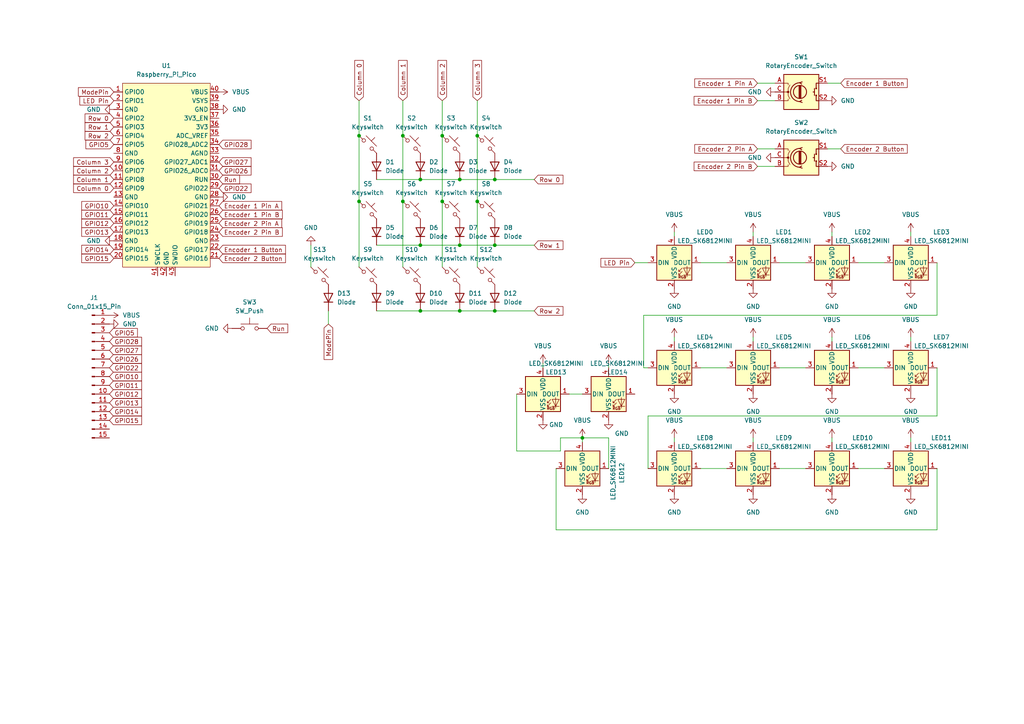
<source format=kicad_sch>
(kicad_sch (version 20230121) (generator eeschema)
  (paper "A4")
  (title_block (title "Macro PCB") (date "2023-12-19") (rev "2.0.001"))
  (lib_symbols
    (symbol "Connector:Conn_01x15_Pin" (pin_names (offset 1.016) hide)
      (property "Reference" "J" (at 0 20.32 0))
      (property "Value" "Conn_01x15_Pin" (at 0 -20.32 0))
      (symbol "Conn_01x15_Pin_1_1"
        (polyline (pts (xy 1.27 -17.78) (xy 0.8636 -17.78)) (stroke (width 0.1524)))
        (polyline (pts (xy 1.27 -15.24) (xy 0.8636 -15.24)) (stroke (width 0.1524)))
        (polyline (pts (xy 1.27 -12.7) (xy 0.8636 -12.7)) (stroke (width 0.1524)))
        (polyline (pts (xy 1.27 -10.16) (xy 0.8636 -10.16)) (stroke (width 0.1524)))
        (polyline (pts (xy 1.27 -7.62) (xy 0.8636 -7.62)) (stroke (width 0.1524)))
        (polyline (pts (xy 1.27 -5.08) (xy 0.8636 -5.08)) (stroke (width 0.1524)))
        (polyline (pts (xy 1.27 -2.54) (xy 0.8636 -2.54)) (stroke (width 0.1524)))
        (polyline (pts (xy 1.27 0) (xy 0.8636 0)) (stroke (width 0.1524)))
        (polyline (pts (xy 1.27 2.54) (xy 0.8636 2.54)) (stroke (width 0.1524)))
        (polyline (pts (xy 1.27 5.08) (xy 0.8636 5.08)) (stroke (width 0.1524)))
        (polyline (pts (xy 1.27 7.62) (xy 0.8636 7.62)) (stroke (width 0.1524)))
        (polyline (pts (xy 1.27 10.16) (xy 0.8636 10.16)) (stroke (width 0.1524)))
        (polyline (pts (xy 1.27 12.7) (xy 0.8636 12.7)) (stroke (width 0.1524)))
        (polyline (pts (xy 1.27 15.24) (xy 0.8636 15.24)) (stroke (width 0.1524)))
        (polyline (pts (xy 1.27 17.78) (xy 0.8636 17.78)) (stroke (width 0.1524)))
        (rectangle (start 0.8636 -17.653) (end 0 -17.907) (stroke (width 0.1524)) (fill (type outline)))
        (rectangle (start 0.8636 -15.113) (end 0 -15.367) (stroke (width 0.1524)) (fill (type outline)))
        (rectangle (start 0.8636 -12.573) (end 0 -12.827) (stroke (width 0.1524)) (fill (type outline)))
        (rectangle (start 0.8636 -10.033) (end 0 -10.287) (stroke (width 0.1524)) (fill (type outline)))
        (rectangle (start 0.8636 -7.493) (end 0 -7.747) (stroke (width 0.1524)) (fill (type outline)))
        (rectangle (start 0.8636 -4.953) (end 0 -5.207) (stroke (width 0.1524)) (fill (type outline)))
        (rectangle (start 0.8636 -2.413) (end 0 -2.667) (stroke (width 0.1524)) (fill (type outline)))
        (rectangle (start 0.8636 0.127) (end 0 -0.127) (stroke (width 0.1524)) (fill (type outline)))
        (rectangle (start 0.8636 2.667) (end 0 2.413) (stroke (width 0.1524)) (fill (type outline)))
        (rectangle (start 0.8636 5.207) (end 0 4.953) (stroke (width 0.1524)) (fill (type outline)))
        (rectangle (start 0.8636 7.747) (end 0 7.493) (stroke (width 0.1524)) (fill (type outline)))
        (rectangle (start 0.8636 10.287) (end 0 10.033) (stroke (width 0.1524)) (fill (type outline)))
        (rectangle (start 0.8636 12.827) (end 0 12.573) (stroke (width 0.1524)) (fill (type outline)))
        (rectangle (start 0.8636 15.367) (end 0 15.113) (stroke (width 0.1524)) (fill (type outline)))
        (rectangle (start 0.8636 17.907) (end 0 17.653) (stroke (width 0.1524)) (fill (type outline)))
        (pin passive line (at 5.08 17.78 180) (length 3.81) (name "Pin_1") (number "1"))
        (pin passive line (at 5.08 -5.08 180) (length 3.81) (name "Pin_10") (number "10"))
        (pin passive line (at 5.08 -7.62 180) (length 3.81) (name "Pin_11") (number "11"))
        (pin passive line (at 5.08 -10.16 180) (length 3.81) (name "Pin_12") (number "12"))
        (pin passive line (at 5.08 -12.7 180) (length 3.81) (name "Pin_13") (number "13"))
        (pin passive line (at 5.08 -15.24 180) (length 3.81) (name "Pin_14") (number "14"))
        (pin passive line (at 5.08 -17.78 180) (length 3.81) (name "Pin_15") (number "15"))
        (pin passive line (at 5.08 15.24 180) (length 3.81) (name "Pin_2") (number "2"))
        (pin passive line (at 5.08 12.7 180) (length 3.81) (name "Pin_3") (number "3"))
        (pin passive line (at 5.08 10.16 180) (length 3.81) (name "Pin_4") (number "4"))
        (pin passive line (at 5.08 7.62 180) (length 3.81) (name "Pin_5") (number "5"))
        (pin passive line (at 5.08 5.08 180) (length 3.81) (name "Pin_6") (number "6"))
        (pin passive line (at 5.08 2.54 180) (length 3.81) (name "Pin_7") (number "7"))
        (pin passive line (at 5.08 0 180) (length 3.81) (name "Pin_8") (number "8"))
        (pin passive line (at 5.08 -2.54 180) (length 3.81) (name "Pin_9") (number "9"))
      )
    )
    (symbol "Device:RotaryEncoder_Switch" (pin_names (offset 0.254) hide)
      (property "Reference" "SW" (at 0 6.604 0))
      (property "Value" "RotaryEncoder_Switch" (at 0 -6.604 0))
      (symbol "RotaryEncoder_Switch_0_1"
        (rectangle (start -5.08 5.08) (end 5.08 -5.08) (stroke (width 0.254)) (fill (type background)))
        (circle (center -3.81 0) (radius 0.254) (fill (type outline)))
        (circle (center -0.381 0) (radius 1.905) (stroke (width 0.254)))
        (arc (start -0.381 2.667) (mid -3.0988 -0.0635) (end -0.381 -2.794) (stroke (width 0.254)))
        (polyline (pts (xy -0.635 -1.778) (xy -0.635 1.778)) (stroke (width 0.254)))
        (polyline (pts (xy -0.381 -1.778) (xy -0.381 1.778)) (stroke (width 0.254)))
        (polyline (pts (xy -0.127 1.778) (xy -0.127 -1.778)) (stroke (width 0.254)))
        (polyline (pts (xy 3.81 0) (xy 3.429 0)) (stroke (width 0.254)))
        (polyline (pts (xy 3.81 1.016) (xy 3.81 -1.016)) (stroke (width 0.254)))
        (polyline (pts (xy -5.08 -2.54) (xy -3.81 -2.54) (xy -3.81 -2.032)))
        (polyline (pts (xy -5.08 2.54) (xy -3.81 2.54) (xy -3.81 2.032)))
        (polyline (pts (xy 0.254 -3.048) (xy -0.508 -2.794) (xy 0.127 -2.413)) (stroke (width 0.254)))
        (polyline (pts (xy 0.254 2.921) (xy -0.508 2.667) (xy 0.127 2.286)) (stroke (width 0.254)))
        (polyline (pts (xy 5.08 -2.54) (xy 4.318 -2.54) (xy 4.318 -1.016)) (stroke (width 0.254)))
        (polyline (pts (xy 5.08 2.54) (xy 4.318 2.54) (xy 4.318 1.016)) (stroke (width 0.254)))
        (polyline (pts (xy -5.08 0) (xy -3.81 0) (xy -3.81 -1.016) (xy -3.302 -2.032)))
        (polyline (pts (xy -4.318 0) (xy -3.81 0) (xy -3.81 1.016) (xy -3.302 2.032)))
        (circle (center 4.318 -1.016) (radius 0.127) (stroke (width 0.254)))
        (circle (center 4.318 1.016) (radius 0.127) (stroke (width 0.254)))
      )
      (symbol "RotaryEncoder_Switch_1_1"
        (pin passive line (at -7.62 2.54 0) (length 2.54) (name "A") (number "A"))
        (pin passive line (at -7.62 -2.54 0) (length 2.54) (name "B") (number "B"))
        (pin passive line (at -7.62 0 0) (length 2.54) (name "C") (number "C"))
        (pin passive line (at 7.62 2.54 180) (length 2.54) (name "S1") (number "S1"))
        (pin passive line (at 7.62 -2.54 180) (length 2.54) (name "S2") (number "S2"))
      )
    )
    (symbol "ScottoKeebs:LED_SK6812MINI" (pin_names (offset 0.254))
      (property "Reference" "D" (at 5.08 5.715 0))
      (property "Value" "LED_SK6812MINI" (at 1.27 -5.715 0))
      (symbol "LED_SK6812MINI_0_0"
        (text "RGB" (at 2.286 -4.191 0) (effects (font (size 0.762 0.762))))
      )
      (symbol "LED_SK6812MINI_0_1"
        (polyline (pts (xy 1.27 -3.556) (xy 1.778 -3.556)))
        (polyline (pts (xy 1.27 -2.54) (xy 1.778 -2.54)))
        (polyline (pts (xy 4.699 -3.556) (xy 2.667 -3.556)))
        (polyline (pts (xy 2.286 -2.54) (xy 1.27 -3.556) (xy 1.27 -3.048)))
        (polyline (pts (xy 2.286 -1.524) (xy 1.27 -2.54) (xy 1.27 -2.032)))
        (polyline (pts (xy 3.683 -1.016) (xy 3.683 -3.556) (xy 3.683 -4.064)))
        (polyline (pts (xy 4.699 -1.524) (xy 2.667 -1.524) (xy 3.683 -3.556) (xy 4.699 -1.524)))
        (rectangle (start 5.08 5.08) (end -5.08 -5.08) (stroke (width 0.254)) (fill (type background)))
      )
      (symbol "LED_SK6812MINI_1_1"
        (pin output line (at 7.62 0 180) (length 2.54) (name "DOUT") (number "1"))
        (pin power_in line (at 0 -7.62 90) (length 2.54) (name "VSS") (number "2"))
        (pin input line (at -7.62 0 0) (length 2.54) (name "DIN") (number "3"))
        (pin power_in line (at 0 7.62 270) (length 2.54) (name "VDD") (number "4"))
      )
    )
    (symbol "ScottoKeebs:MCU_Raspberry_Pi_Pico"
      (property "Reference" "U" (at 0 0 0))
      (property "Value" "Raspberry_Pi_Pico" (at 0 27.94 0))
      (symbol "MCU_Raspberry_Pi_Pico_0_1"
        (rectangle (start -12.7 26.67) (end 12.7 -26.67) (fill (type background)))
      )
      (symbol "MCU_Raspberry_Pi_Pico_1_1"
        (pin bidirectional line (at -15.24 24.13 0) (length 2.54) (name "GPIO0") (number "1"))
        (pin bidirectional line (at -15.24 1.27 0) (length 2.54) (name "GPIO7") (number "10"))
        (pin bidirectional line (at -15.24 -1.27 0) (length 2.54) (name "GPIO8") (number "11"))
        (pin bidirectional line (at -15.24 -3.81 0) (length 2.54) (name "GPIO9") (number "12"))
        (pin power_in line (at -15.24 -6.35 0) (length 2.54) (name "GND") (number "13"))
        (pin bidirectional line (at -15.24 -8.89 0) (length 2.54) (name "GPIO10") (number "14"))
        (pin bidirectional line (at -15.24 -11.43 0) (length 2.54) (name "GPIO11") (number "15"))
        (pin bidirectional line (at -15.24 -13.97 0) (length 2.54) (name "GPIO12") (number "16"))
        (pin bidirectional line (at -15.24 -16.51 0) (length 2.54) (name "GPIO13") (number "17"))
        (pin power_in line (at -15.24 -19.05 0) (length 2.54) (name "GND") (number "18"))
        (pin bidirectional line (at -15.24 -21.59 0) (length 2.54) (name "GPIO14") (number "19"))
        (pin bidirectional line (at -15.24 21.59 0) (length 2.54) (name "GPIO1") (number "2"))
        (pin bidirectional line (at -15.24 -24.13 0) (length 2.54) (name "GPIO15") (number "20"))
        (pin bidirectional line (at 15.24 -24.13 180) (length 2.54) (name "GPIO16") (number "21"))
        (pin bidirectional line (at 15.24 -21.59 180) (length 2.54) (name "GPIO17") (number "22"))
        (pin power_in line (at 15.24 -19.05 180) (length 2.54) (name "GND") (number "23"))
        (pin bidirectional line (at 15.24 -16.51 180) (length 2.54) (name "GPIO18") (number "24"))
        (pin bidirectional line (at 15.24 -13.97 180) (length 2.54) (name "GPIO19") (number "25"))
        (pin bidirectional line (at 15.24 -11.43 180) (length 2.54) (name "GPIO20") (number "26"))
        (pin bidirectional line (at 15.24 -8.89 180) (length 2.54) (name "GPIO21") (number "27"))
        (pin power_in line (at 15.24 -6.35 180) (length 2.54) (name "GND") (number "28"))
        (pin bidirectional line (at 15.24 -3.81 180) (length 2.54) (name "GPIO22") (number "29"))
        (pin power_in line (at -15.24 19.05 0) (length 2.54) (name "GND") (number "3"))
        (pin input line (at 15.24 -1.27 180) (length 2.54) (name "RUN") (number "30"))
        (pin bidirectional line (at 15.24 1.27 180) (length 2.54) (name "GPIO26_ADC0") (number "31"))
        (pin bidirectional line (at 15.24 3.81 180) (length 2.54) (name "GPIO27_ADC1") (number "32"))
        (pin power_in line (at 15.24 6.35 180) (length 2.54) (name "AGND") (number "33"))
        (pin bidirectional line (at 15.24 8.89 180) (length 2.54) (name "GPIO28_ADC2") (number "34"))
        (pin power_in line (at 15.24 11.43 180) (length 2.54) (name "ADC_VREF") (number "35"))
        (pin power_in line (at 15.24 13.97 180) (length 2.54) (name "3V3") (number "36"))
        (pin input line (at 15.24 16.51 180) (length 2.54) (name "3V3_EN") (number "37"))
        (pin bidirectional line (at 15.24 19.05 180) (length 2.54) (name "GND") (number "38"))
        (pin power_in line (at 15.24 21.59 180) (length 2.54) (name "VSYS") (number "39"))
        (pin bidirectional line (at -15.24 16.51 0) (length 2.54) (name "GPIO2") (number "4"))
        (pin power_in line (at 15.24 24.13 180) (length 2.54) (name "VBUS") (number "40"))
        (pin input line (at -2.54 -29.21 90) (length 2.54) (name "SWCLK") (number "41"))
        (pin power_in line (at 0 -29.21 90) (length 2.54) (name "GND") (number "42"))
        (pin bidirectional line (at 2.54 -29.21 90) (length 2.54) (name "SWDIO") (number "43"))
        (pin bidirectional line (at -15.24 13.97 0) (length 2.54) (name "GPIO3") (number "5"))
        (pin bidirectional line (at -15.24 11.43 0) (length 2.54) (name "GPIO4") (number "6"))
        (pin bidirectional line (at -15.24 8.89 0) (length 2.54) (name "GPIO5") (number "7"))
        (pin power_in line (at -15.24 6.35 0) (length 2.54) (name "GND") (number "8"))
        (pin bidirectional line (at -15.24 3.81 0) (length 2.54) (name "GPIO6") (number "9"))
      )
    )
    (symbol "ScottoKeebs:Placeholder_Diode" (pin_numbers hide) (pin_names hide)
      (property "Reference" "D" (at 0 2.54 0))
      (property "Value" "Diode" (at 0 -2.54 0))
      (symbol "Placeholder_Diode_0_1"
        (polyline (pts (xy -1.27 1.27) (xy -1.27 -1.27)) (stroke (width 0.254)))
        (polyline (pts (xy 1.27 0) (xy -1.27 0)))
        (polyline (pts (xy 1.27 1.27) (xy 1.27 -1.27) (xy -1.27 0) (xy 1.27 1.27)) (stroke (width 0.254)))
      )
      (symbol "Placeholder_Diode_1_1"
        (pin passive line (at -3.81 0 0) (length 2.54) (name "K") (number "1"))
        (pin passive line (at 3.81 0 180) (length 2.54) (name "A") (number "2"))
      )
    )
    (symbol "ScottoKeebs:Placeholder_Keyswitch" (pin_numbers hide) (pin_names (offset 1.016) hide)
      (property "Reference" "S" (at 3.048 1.016 0))
      (property "Value" "Keyswitch" (at 0 -3.81 0))
      (symbol "Placeholder_Keyswitch_0_1"
        (circle (center -1.1684 1.1684) (radius 0.508))
        (polyline (pts (xy -0.508 2.54) (xy 2.54 -0.508)))
        (polyline (pts (xy 1.016 1.016) (xy 2.032 2.032)))
        (polyline (pts (xy -2.54 2.54) (xy -1.524 1.524) (xy -1.524 1.524)))
        (polyline (pts (xy 1.524 -1.524) (xy 2.54 -2.54) (xy 2.54 -2.54) (xy 2.54 -2.54)))
        (circle (center 1.143 -1.1938) (radius 0.508))
        (pin passive line (at -2.54 2.54 0) (length 0) (name "1") (number "1"))
        (pin passive line (at 2.54 -2.54 180) (length 0) (name "2") (number "2"))
      )
    )
    (symbol "Switch:SW_Push" (pin_numbers hide) (pin_names (offset 1.016) hide)
      (property "Reference" "SW" (at 1.27 2.54 0))
      (property "Value" "SW_Push" (at 0 -1.524 0))
      (symbol "SW_Push_0_1"
        (circle (center -2.032 0) (radius 0.508))
        (polyline (pts (xy 0 1.27) (xy 0 3.048)))
        (polyline (pts (xy 2.54 1.27) (xy -2.54 1.27)))
        (circle (center 2.032 0) (radius 0.508))
        (pin passive line (at -5.08 0 0) (length 2.54) (name "1") (number "1"))
        (pin passive line (at 5.08 0 180) (length 2.54) (name "2") (number "2"))
      )
    )
    (symbol "power:GND" (power) (pin_names (offset 0))
      (property "Value" "GND" (at 0 -3.81 0))
      (symbol "GND_0_1"
        (polyline (pts (xy 0 0) (xy 0 -1.27) (xy 1.27 -1.27) (xy 0 -2.54) (xy -1.27 -1.27) (xy 0 -1.27)))
      )
      (symbol "GND_1_1"
        (pin power_in line (at 0 0 270) (length 0) hide (name "GND") (number "1"))
      )
    )
    (symbol "power:VBUS" (power) (pin_names (offset 0))
      (property "Value" "VBUS" (at 0 3.81 0))
      (symbol "VBUS_0_1"
        (polyline (pts (xy -0.762 1.27) (xy 0 2.54)))
        (polyline (pts (xy 0 0) (xy 0 2.54)))
        (polyline (pts (xy 0 2.54) (xy 0.762 1.27)))
      )
      (symbol "VBUS_1_1"
        (pin power_in line (at 0 0 90) (length 0) hide (name "VBUS") (number "1"))
      )
    )
  )
  (junction (at 168.91 127))
  (junction (at 104.14 58.42))
  (junction (at 143.51 71.12))
  (junction (at 128.27 58.42))
  (junction (at 116.84 58.42))
  (junction (at 143.51 90.17))
  (junction (at 121.92 90.17))
  (junction (at 116.84 39.37))
  (junction (at 133.35 90.17))
  (junction (at 121.92 52.07))
  (junction (at 104.14 39.37))
  (junction (at 138.43 39.37))
  (junction (at 133.35 52.07))
  (junction (at 121.92 71.12))
  (junction (at 133.35 71.12))
  (junction (at 143.51 52.07))
  (junction (at 138.43 58.42))
  (junction (at 128.27 39.37))
  (wire (pts (xy 219.71 43.18) (xy 224.79 43.18)))
  (wire (pts (xy 218.44 67.31) (xy 218.44 68.58)))
  (wire (pts (xy 241.3 67.31) (xy 241.3 68.58)))
  (wire (pts (xy 226.06 135.89) (xy 233.68 135.89)))
  (wire (pts (xy 116.84 58.42) (xy 116.84 77.47)))
  (wire (pts (xy 271.78 106.68) (xy 271.78 120.65)))
  (wire (pts (xy 248.92 76.2) (xy 256.54 76.2)))
  (wire (pts (xy 109.22 90.17) (xy 121.92 90.17)))
  (wire (pts (xy 133.35 52.07) (xy 143.51 52.07)))
  (wire (pts (xy 121.92 52.07) (xy 133.35 52.07)))
  (wire (pts (xy 161.29 153.67) (xy 161.29 135.89)))
  (wire (pts (xy 138.43 58.42) (xy 138.43 77.47)))
  (wire (pts (xy 121.92 71.12) (xy 133.35 71.12)))
  (wire (pts (xy 138.43 39.37) (xy 138.43 58.42)))
  (wire (pts (xy 95.25 90.17) (xy 95.25 93.98)))
  (wire (pts (xy 116.84 39.37) (xy 116.84 58.42)))
  (wire (pts (xy 264.16 127) (xy 264.16 128.27)))
  (wire (pts (xy 241.3 127) (xy 241.3 128.27)))
  (wire (pts (xy 149.86 130.81) (xy 149.86 114.3)))
  (wire (pts (xy 128.27 29.21) (xy 128.27 39.37)))
  (wire (pts (xy 168.91 127) (xy 162.56 127)))
  (wire (pts (xy 218.44 97.79) (xy 218.44 99.06)))
  (wire (pts (xy 186.69 106.68) (xy 187.96 106.68)))
  (wire (pts (xy 240.03 43.18) (xy 243.84 43.18)))
  (wire (pts (xy 176.53 135.89) (xy 176.53 127)))
  (wire (pts (xy 248.92 135.89) (xy 256.54 135.89)))
  (wire (pts (xy 264.16 67.31) (xy 264.16 68.58)))
  (wire (pts (xy 121.92 90.17) (xy 133.35 90.17)))
  (wire (pts (xy 176.53 105.41) (xy 176.53 106.68)))
  (wire (pts (xy 187.96 120.65) (xy 187.96 135.89)))
  (wire (pts (xy 128.27 39.37) (xy 128.27 58.42)))
  (wire (pts (xy 133.35 71.12) (xy 143.51 71.12)))
  (wire (pts (xy 157.48 105.41) (xy 157.48 106.68)))
  (wire (pts (xy 203.2 106.68) (xy 210.82 106.68)))
  (wire (pts (xy 271.78 153.67) (xy 161.29 153.67)))
  (wire (pts (xy 133.35 90.17) (xy 143.51 90.17)))
  (wire (pts (xy 195.58 127) (xy 195.58 128.27)))
  (wire (pts (xy 168.91 127) (xy 168.91 128.27)))
  (wire (pts (xy 104.14 58.42) (xy 104.14 77.47)))
  (wire (pts (xy 240.03 24.13) (xy 243.84 24.13)))
  (wire (pts (xy 109.22 71.12) (xy 121.92 71.12)))
  (wire (pts (xy 203.2 135.89) (xy 210.82 135.89)))
  (wire (pts (xy 241.3 97.79) (xy 241.3 99.06)))
  (wire (pts (xy 176.53 127) (xy 168.91 127)))
  (wire (pts (xy 226.06 106.68) (xy 233.68 106.68)))
  (wire (pts (xy 138.43 29.21) (xy 138.43 39.37)))
  (wire (pts (xy 109.22 52.07) (xy 121.92 52.07)))
  (wire (pts (xy 248.92 106.68) (xy 256.54 106.68)))
  (wire (pts (xy 219.71 29.21) (xy 224.79 29.21)))
  (wire (pts (xy 184.15 76.2) (xy 187.96 76.2)))
  (wire (pts (xy 203.2 76.2) (xy 210.82 76.2)))
  (wire (pts (xy 104.14 39.37) (xy 104.14 58.42)))
  (wire (pts (xy 154.94 52.07) (xy 143.51 52.07)))
  (wire (pts (xy 264.16 97.79) (xy 264.16 99.06)))
  (wire (pts (xy 219.71 48.26) (xy 224.79 48.26)))
  (wire (pts (xy 271.78 120.65) (xy 187.96 120.65)))
  (wire (pts (xy 162.56 127) (xy 162.56 130.81)))
  (wire (pts (xy 165.1 114.3) (xy 168.91 114.3)))
  (wire (pts (xy 271.78 76.2) (xy 271.78 91.44)))
  (wire (pts (xy 271.78 91.44) (xy 186.69 91.44)))
  (wire (pts (xy 219.71 24.13) (xy 224.79 24.13)))
  (wire (pts (xy 218.44 127) (xy 218.44 128.27)))
  (wire (pts (xy 116.84 29.21) (xy 116.84 39.37)))
  (wire (pts (xy 186.69 91.44) (xy 186.69 106.68)))
  (wire (pts (xy 90.17 77.47) (xy 90.17 71.12)))
  (wire (pts (xy 195.58 67.31) (xy 195.58 68.58)))
  (wire (pts (xy 226.06 76.2) (xy 233.68 76.2)))
  (wire (pts (xy 162.56 130.81) (xy 149.86 130.81)))
  (wire (pts (xy 143.51 71.12) (xy 154.94 71.12)))
  (wire (pts (xy 195.58 97.79) (xy 195.58 99.06)))
  (wire (pts (xy 271.78 135.89) (xy 271.78 153.67)))
  (wire (pts (xy 128.27 58.42) (xy 128.27 77.47)))
  (wire (pts (xy 104.14 29.21) (xy 104.14 39.37)))
  (wire (pts (xy 154.94 90.17) (xy 143.51 90.17)))
  (global_label "GPIO14" (shape input) (at 31.75 119.38 0) (property "Intersheetrefs" "${INTERSHEET_REFS}" (effects hide)))
  (global_label "GPIO27" (shape input) (at 63.5 46.99 0) (property "Intersheetrefs" "${INTERSHEET_REFS}" (effects hide)))
  (global_label "LED Pin" (shape input) (at 184.15 76.2 180) (property "Intersheetrefs" "${INTERSHEET_REFS}" (effects hide)))
  (global_label "GPIO26" (shape input) (at 31.75 104.14 0) (property "Intersheetrefs" "${INTERSHEET_REFS}" (effects hide)))
  (global_label "GPIO22" (shape input) (at 63.5 54.61 0) (property "Intersheetrefs" "${INTERSHEET_REFS}" (effects hide)))
  (global_label "Encoder 1 Pin A" (shape input) (at 63.5 59.69 0) (property "Intersheetrefs" "${INTERSHEET_REFS}" (effects hide)))
  (global_label "Run" (shape input) (at 77.47 95.25 0) (property "Intersheetrefs" "${INTERSHEET_REFS}" (effects hide)))
  (global_label "GPIO15" (shape input) (at 31.75 121.92 0) (property "Intersheetrefs" "${INTERSHEET_REFS}" (effects hide)))
  (global_label "GPIO10" (shape input) (at 33.02 59.69 180) (property "Intersheetrefs" "${INTERSHEET_REFS}" (effects hide)))
  (global_label "GPIO11" (shape input) (at 33.02 62.23 180) (property "Intersheetrefs" "${INTERSHEET_REFS}" (effects hide)))
  (global_label "Column 0" (shape input) (at 104.14 29.21 90) (property "Intersheetrefs" "${INTERSHEET_REFS}" (effects hide)))
  (global_label "Row 2" (shape input) (at 33.02 39.37 180) (property "Intersheetrefs" "${INTERSHEET_REFS}" (effects hide)))
  (global_label "GPIO12" (shape input) (at 31.75 114.3 0) (property "Intersheetrefs" "${INTERSHEET_REFS}" (effects hide)))
  (global_label "ModePin" (shape input) (at 33.02 26.67 180) (property "Intersheetrefs" "${INTERSHEET_REFS}" (effects hide)))
  (global_label "Row 0" (shape input) (at 33.02 34.29 180) (property "Intersheetrefs" "${INTERSHEET_REFS}" (effects hide)))
  (global_label "GPIO22" (shape input) (at 31.75 106.68 0) (property "Intersheetrefs" "${INTERSHEET_REFS}" (effects hide)))
  (global_label "Run" (shape input) (at 63.5 52.07 0) (property "Intersheetrefs" "${INTERSHEET_REFS}" (effects hide)))
  (global_label "Encoder 2 Button" (shape input) (at 243.84 43.18 0) (property "Intersheetrefs" "${INTERSHEET_REFS}" (effects hide)))
  (global_label "GPIO28" (shape input) (at 31.75 99.06 0) (property "Intersheetrefs" "${INTERSHEET_REFS}" (effects hide)))
  (global_label "GPIO10" (shape input) (at 31.75 109.22 0) (property "Intersheetrefs" "${INTERSHEET_REFS}" (effects hide)))
  (global_label "Encoder 1 Button" (shape input) (at 243.84 24.13 0) (property "Intersheetrefs" "${INTERSHEET_REFS}" (effects hide)))
  (global_label "Encoder 2 Pin B" (shape input) (at 63.5 67.31 0) (property "Intersheetrefs" "${INTERSHEET_REFS}" (effects hide)))
  (global_label "Row 2" (shape input) (at 154.94 90.17 0) (property "Intersheetrefs" "${INTERSHEET_REFS}" (effects hide)))
  (global_label "GPIO11" (shape input) (at 31.75 111.76 0) (property "Intersheetrefs" "${INTERSHEET_REFS}" (effects hide)))
  (global_label "GPIO15" (shape input) (at 33.02 74.93 180) (property "Intersheetrefs" "${INTERSHEET_REFS}" (effects hide)))
  (global_label "ModePin" (shape input) (at 95.25 93.98 270) (property "Intersheetrefs" "${INTERSHEET_REFS}" (effects hide)))
  (global_label "Column 1" (shape input) (at 116.84 29.21 90) (property "Intersheetrefs" "${INTERSHEET_REFS}" (effects hide)))
  (global_label "Encoder 1 Pin B" (shape input) (at 219.71 29.21 180) (property "Intersheetrefs" "${INTERSHEET_REFS}" (effects hide)))
  (global_label "GPIO26" (shape input) (at 63.5 49.53 0) (property "Intersheetrefs" "${INTERSHEET_REFS}" (effects hide)))
  (global_label "GPIO12" (shape input) (at 33.02 64.77 180) (property "Intersheetrefs" "${INTERSHEET_REFS}" (effects hide)))
  (global_label "Row 0" (shape input) (at 154.94 52.07 0) (property "Intersheetrefs" "${INTERSHEET_REFS}" (effects hide)))
  (global_label "Column 0" (shape input) (at 33.02 54.61 180) (property "Intersheetrefs" "${INTERSHEET_REFS}" (effects hide)))
  (global_label "Encoder 2 Pin A" (shape input) (at 63.5 64.77 0) (property "Intersheetrefs" "${INTERSHEET_REFS}" (effects hide)))
  (global_label "GPIO5" (shape input) (at 33.02 41.91 180) (property "Intersheetrefs" "${INTERSHEET_REFS}" (effects hide)))
  (global_label "Encoder 1 Button" (shape input) (at 63.5 72.39 0) (property "Intersheetrefs" "${INTERSHEET_REFS}" (effects hide)))
  (global_label "Column 3" (shape input) (at 138.43 29.21 90) (property "Intersheetrefs" "${INTERSHEET_REFS}" (effects hide)))
  (global_label "Column 2" (shape input) (at 33.02 49.53 180) (property "Intersheetrefs" "${INTERSHEET_REFS}" (effects hide)))
  (global_label "Row 1" (shape input) (at 33.02 36.83 180) (property "Intersheetrefs" "${INTERSHEET_REFS}" (effects hide)))
  (global_label "Row 1" (shape input) (at 154.94 71.12 0) (property "Intersheetrefs" "${INTERSHEET_REFS}" (effects hide)))
  (global_label "GPIO13" (shape input) (at 33.02 67.31 180) (property "Intersheetrefs" "${INTERSHEET_REFS}" (effects hide)))
  (global_label "GPIO28" (shape input) (at 63.5 41.91 0) (property "Intersheetrefs" "${INTERSHEET_REFS}" (effects hide)))
  (global_label "GPIO13" (shape input) (at 31.75 116.84 0) (property "Intersheetrefs" "${INTERSHEET_REFS}" (effects hide)))
  (global_label "Encoder 2 Pin B" (shape input) (at 219.71 48.26 180) (property "Intersheetrefs" "${INTERSHEET_REFS}" (effects hide)))
  (global_label "GPIO27" (shape input) (at 31.75 101.6 0) (property "Intersheetrefs" "${INTERSHEET_REFS}" (effects hide)))
  (global_label "Column 1" (shape input) (at 33.02 52.07 180) (property "Intersheetrefs" "${INTERSHEET_REFS}" (effects hide)))
  (global_label "Column 2" (shape input) (at 128.27 29.21 90) (property "Intersheetrefs" "${INTERSHEET_REFS}" (effects hide)))
  (global_label "LED Pin" (shape input) (at 33.02 29.21 180) (property "Intersheetrefs" "${INTERSHEET_REFS}" (effects hide)))
  (global_label "Encoder 2 Button" (shape input) (at 63.5 74.93 0) (property "Intersheetrefs" "${INTERSHEET_REFS}" (effects hide)))
  (global_label "Encoder 2 Pin A" (shape input) (at 219.71 43.18 180) (property "Intersheetrefs" "${INTERSHEET_REFS}" (effects hide)))
  (global_label "Column 3" (shape input) (at 33.02 46.99 180) (property "Intersheetrefs" "${INTERSHEET_REFS}" (effects hide)))
  (global_label "Encoder 1 Pin A" (shape input) (at 219.71 24.13 180) (property "Intersheetrefs" "${INTERSHEET_REFS}" (effects hide)))
  (global_label "GPIO14" (shape input) (at 33.02 72.39 180) (property "Intersheetrefs" "${INTERSHEET_REFS}" (effects hide)))
  (global_label "GPIO5" (shape input) (at 31.75 96.52 0) (property "Intersheetrefs" "${INTERSHEET_REFS}" (effects hide)))
  (global_label "Encoder 1 Pin B" (shape input) (at 63.5 62.23 0) (property "Intersheetrefs" "${INTERSHEET_REFS}" (effects hide)))
  (symbol (lib_id "power:GND") (at 241.3 114.3 0) (unit 1)
    (property "Reference" "#PWR019" (effects hide))
    (property "Value" "GND" (at 241.3 119.38 0))
  )
  (symbol (lib_id "power:GND") (at 218.44 143.51 0) (unit 1)
    (property "Reference" "#PWR024" (effects hide))
    (property "Value" "GND" (at 218.44 148.59 0))
  )
  (symbol (lib_id "ScottoKeebs:LED_SK6812MINI") (at 264.16 135.89 0) (unit 1)
    (property "Reference" "LED11" (at 273.05 127 0))
    (property "Value" "LED_SK6812MINI" (at 273.05 129.54 0))
    (property "Footprint" "ScottoKeebs_Components:LED_SK6812MINI" (effects hide))
    (property "Datasheet" "https://cdn-shop.adafruit.com/product-files/2686/SK6812MINI_REV.01-1-2.pdf" (effects hide))
  )
  (symbol (lib_id "ScottoKeebs:LED_SK6812MINI") (at 241.3 76.2 0) (unit 1)
    (property "Reference" "LED2" (at 250.19 67.31 0))
    (property "Value" "LED_SK6812MINI" (at 250.19 69.85 0))
    (property "Footprint" "ScottoKeebs_Components:LED_SK6812MINI" (effects hide))
    (property "Datasheet" "https://cdn-shop.adafruit.com/product-files/2686/SK6812MINI_REV.01-1-2.pdf" (effects hide))
  )
  (symbol (lib_id "ScottoKeebs:Placeholder_Keyswitch") (at 119.38 60.96 0) (unit 1)
    (property "Reference" "S6" (at 119.38 53.34 0))
    (property "Value" "Keyswitch" (at 119.38 55.88 0))
    (property "Footprint" "ScottoKeebs_Hotswap:Hotswap_MX_Plated_1.00u" (effects hide))
  )
  (symbol (lib_id "ScottoKeebs:Placeholder_Keyswitch") (at 106.68 60.96 0) (unit 1)
    (property "Reference" "S5" (at 106.68 53.34 0))
    (property "Value" "Keyswitch" (at 106.68 55.88 0))
    (property "Footprint" "ScottoKeebs_Hotswap:Hotswap_MX_Plated_1.00u" (effects hide))
  )
  (symbol (lib_id "power:GND") (at 67.31 95.25 270) (unit 1)
    (property "Reference" "#PWR038" (effects hide))
    (property "Value" "GND" (at 63.5 95.25 90) (effects (justify right)))
  )
  (symbol (lib_id "power:GND") (at 240.03 29.21 90) (unit 1)
    (property "Reference" "#PWR03" (effects hide))
    (property "Value" "GND" (at 243.84 29.21 90) (effects (justify right)))
  )
  (symbol (lib_id "Device:RotaryEncoder_Switch") (at 232.41 45.72 0) (unit 1)
    (property "Reference" "SW2" (at 232.41 35.56 0))
    (property "Value" "RotaryEncoder_Switch" (at 232.41 38.1 0))
    (property "Footprint" "Rotary_Encoder:RotaryEncoder_Alps_EC11E-Switch_Vertical_H20mm" (effects hide))
  )
  (symbol (lib_id "ScottoKeebs:Placeholder_Diode") (at 109.22 67.31 90) (unit 1)
    (property "Reference" "D5" (at 111.76 66.04 90) (effects (justify right)))
    (property "Value" "Diode" (at 111.76 68.58 90) (effects (justify right)))
    (property "Footprint" "ScottoKeebs_Components:Diode_SOD-123" (effects hide))
    (property "Sim.Device" "D" (effects hide))
    (property "Sim.Pins" "1=K 2=A" (effects hide))
  )
  (symbol (lib_id "ScottoKeebs:Placeholder_Diode") (at 109.22 48.26 90) (unit 1)
    (property "Reference" "D1" (at 111.76 46.99 90) (effects (justify right)))
    (property "Value" "Diode" (at 111.76 49.53 90) (effects (justify right)))
    (property "Footprint" "ScottoKeebs_Components:Diode_SOD-123" (effects hide))
    (property "Sim.Device" "D" (effects hide))
    (property "Sim.Pins" "1=K 2=A" (effects hide))
  )
  (symbol (lib_id "Switch:SW_Push") (at 72.39 95.25 0) (unit 1)
    (property "Reference" "SW3" (at 72.39 87.63 0))
    (property "Value" "SW_Push" (at 72.39 90.17 0))
    (property "Footprint" "Button_Switch_THT:SW_PUSH_6mm_H7.3mm" (effects hide))
  )
  (symbol (lib_id "power:GND") (at 176.53 121.92 0) (unit 1)
    (property "Reference" "#PWR035" (effects hide))
    (property "Value" "GND" (at 180.34 125.73 0))
  )
  (symbol (lib_id "power:VBUS") (at 241.3 67.31 0) (unit 1)
    (property "Reference" "#PWR011" (effects hide))
    (property "Value" "VBUS" (at 241.3 62.23 0))
  )
  (symbol (lib_id "power:VBUS") (at 264.16 97.79 0) (unit 1)
    (property "Reference" "#PWR020" (effects hide))
    (property "Value" "VBUS" (at 264.16 92.71 0))
  )
  (symbol (lib_id "ScottoKeebs:Placeholder_Diode") (at 133.35 48.26 90) (unit 1)
    (property "Reference" "D3" (at 135.89 46.99 90) (effects (justify right)))
    (property "Value" "Diode" (at 135.89 49.53 90) (effects (justify right)))
    (property "Footprint" "ScottoKeebs_Components:Diode_SOD-123" (effects hide))
    (property "Sim.Device" "D" (effects hide))
    (property "Sim.Pins" "1=K 2=A" (effects hide))
  )
  (symbol (lib_id "ScottoKeebs:Placeholder_Keyswitch") (at 119.38 41.91 0) (unit 1)
    (property "Reference" "S2" (at 119.38 34.29 0))
    (property "Value" "Keyswitch" (at 119.38 36.83 0))
    (property "Footprint" "ScottoKeebs_Hotswap:Hotswap_MX_Plated_1.00u" (effects hide))
  )
  (symbol (lib_id "power:VBUS") (at 176.53 105.41 0) (unit 1)
    (property "Reference" "#PWR034" (effects hide))
    (property "Value" "VBUS" (at 176.53 100.33 0))
  )
  (symbol (lib_id "power:GND") (at 218.44 114.3 0) (unit 1)
    (property "Reference" "#PWR017" (effects hide))
    (property "Value" "GND" (at 218.44 119.38 0))
  )
  (symbol (lib_id "ScottoKeebs:Placeholder_Diode") (at 121.92 48.26 90) (unit 1)
    (property "Reference" "D2" (at 124.46 46.99 90) (effects (justify right)))
    (property "Value" "Diode" (at 124.46 49.53 90) (effects (justify right)))
    (property "Footprint" "ScottoKeebs_Components:Diode_SOD-123" (effects hide))
    (property "Sim.Device" "D" (effects hide))
    (property "Sim.Pins" "1=K 2=A" (effects hide))
  )
  (symbol (lib_id "ScottoKeebs:Placeholder_Diode") (at 109.22 86.36 90) (unit 1)
    (property "Reference" "D9" (at 111.76 85.09 90) (effects (justify right)))
    (property "Value" "Diode" (at 111.76 87.63 90) (effects (justify right)))
    (property "Footprint" "ScottoKeebs_Components:Diode_SOD-123" (effects hide))
    (property "Sim.Device" "D" (effects hide))
    (property "Sim.Pins" "1=K 2=A" (effects hide))
  )
  (symbol (lib_id "ScottoKeebs:Placeholder_Keyswitch") (at 130.81 60.96 0) (unit 1)
    (property "Reference" "S7" (at 130.81 53.34 0))
    (property "Value" "Keyswitch" (at 130.81 55.88 0))
    (property "Footprint" "ScottoKeebs_Hotswap:Hotswap_MX_Plated_1.00u" (effects hide))
  )
  (symbol (lib_id "power:GND") (at 63.5 57.15 90) (unit 1)
    (property "Reference" "#PWR040" (effects hide))
    (property "Value" "GND" (at 67.31 57.15 90) (effects (justify right)))
  )
  (symbol (lib_id "ScottoKeebs:Placeholder_Diode") (at 143.51 67.31 90) (unit 1)
    (property "Reference" "D8" (at 146.05 66.04 90) (effects (justify right)))
    (property "Value" "Diode" (at 146.05 68.58 90) (effects (justify right)))
    (property "Footprint" "ScottoKeebs_Components:Diode_SOD-123" (effects hide))
    (property "Sim.Device" "D" (effects hide))
    (property "Sim.Pins" "1=K 2=A" (effects hide))
  )
  (symbol (lib_id "ScottoKeebs:LED_SK6812MINI") (at 241.3 135.89 0) (unit 1)
    (property "Reference" "LED10" (at 250.19 127 0))
    (property "Value" "LED_SK6812MINI" (at 250.19 129.54 0))
    (property "Footprint" "ScottoKeebs_Components:LED_SK6812MINI" (effects hide))
    (property "Datasheet" "https://cdn-shop.adafruit.com/product-files/2686/SK6812MINI_REV.01-1-2.pdf" (effects hide))
  )
  (symbol (lib_id "ScottoKeebs:Placeholder_Keyswitch") (at 140.97 60.96 0) (unit 1)
    (property "Reference" "S8" (at 140.97 53.34 0))
    (property "Value" "Keyswitch" (at 140.97 55.88 0))
    (property "Footprint" "ScottoKeebs_Hotswap:Hotswap_MX_Plated_1.00u" (effects hide))
  )
  (symbol (lib_id "ScottoKeebs:LED_SK6812MINI") (at 264.16 106.68 0) (unit 1)
    (property "Reference" "LED7" (at 273.05 97.79 0))
    (property "Value" "LED_SK6812MINI" (at 273.05 100.33 0))
    (property "Footprint" "ScottoKeebs_Components:LED_SK6812MINI" (effects hide))
    (property "Datasheet" "https://cdn-shop.adafruit.com/product-files/2686/SK6812MINI_REV.01-1-2.pdf" (effects hide))
  )
  (symbol (lib_id "Device:RotaryEncoder_Switch") (at 232.41 26.67 0) (unit 1)
    (property "Reference" "SW1" (at 232.41 16.51 0))
    (property "Value" "RotaryEncoder_Switch" (at 232.41 19.05 0))
    (property "Footprint" "Rotary_Encoder:RotaryEncoder_Alps_EC11E-Switch_Vertical_H20mm" (effects hide))
  )
  (symbol (lib_id "ScottoKeebs:LED_SK6812MINI") (at 264.16 76.2 0) (unit 1)
    (property "Reference" "LED3" (at 273.05 67.31 0))
    (property "Value" "LED_SK6812MINI" (at 273.05 69.85 0))
    (property "Footprint" "ScottoKeebs_Components:LED_SK6812MINI" (effects hide))
    (property "Datasheet" "https://cdn-shop.adafruit.com/product-files/2686/SK6812MINI_REV.01-1-2.pdf" (effects hide))
  )
  (symbol (lib_id "ScottoKeebs:Placeholder_Keyswitch") (at 130.81 80.01 0) (unit 1)
    (property "Reference" "S11" (at 130.81 72.39 0))
    (property "Value" "Keyswitch" (at 130.81 74.93 0))
    (property "Footprint" "ScottoKeebs_Hotswap:Hotswap_MX_Plated_1.00u" (effects hide))
  )
  (symbol (lib_id "power:VBUS") (at 195.58 127 0) (unit 1)
    (property "Reference" "#PWR022" (effects hide))
    (property "Value" "VBUS" (at 195.58 121.92 0))
  )
  (symbol (lib_id "ScottoKeebs:Placeholder_Diode") (at 95.25 86.36 90) (unit 1)
    (property "Reference" "D13" (at 97.79 85.09 90) (effects (justify right)))
    (property "Value" "Diode" (at 97.79 87.63 90) (effects (justify right)))
    (property "Footprint" "ScottoKeebs_Components:Diode_SOD-123" (effects hide))
    (property "Sim.Device" "D" (effects hide))
    (property "Sim.Pins" "1=K 2=A" (effects hide))
  )
  (symbol (lib_id "power:GND") (at 218.44 83.82 0) (unit 1)
    (property "Reference" "#PWR07" (effects hide))
    (property "Value" "GND" (at 218.44 88.9 0))
  )
  (symbol (lib_id "Connector:Conn_01x15_Pin") (at 26.67 109.22 0) (unit 1)
    (property "Reference" "J1" (at 27.305 86.36 0))
    (property "Value" "Conn_01x15_Pin" (at 27.305 88.9 0))
    (property "Footprint" "Connector_PinHeader_2.54mm:PinHeader_1x15_P2.54mm_Vertical" (effects hide))
  )
  (symbol (lib_id "power:VBUS") (at 264.16 127 0) (unit 1)
    (property "Reference" "#PWR028" (effects hide))
    (property "Value" "VBUS" (at 264.16 121.92 0))
  )
  (symbol (lib_id "ScottoKeebs:LED_SK6812MINI") (at 195.58 135.89 0) (unit 1)
    (property "Reference" "LED8" (at 204.47 127 0))
    (property "Value" "LED_SK6812MINI" (at 204.47 129.54 0))
    (property "Footprint" "ScottoKeebs_Components:LED_SK6812MINI" (effects hide))
    (property "Datasheet" "https://cdn-shop.adafruit.com/product-files/2686/SK6812MINI_REV.01-1-2.pdf" (effects hide))
  )
  (symbol (lib_id "ScottoKeebs:LED_SK6812MINI") (at 195.58 76.2 0) (unit 1)
    (property "Reference" "LED0" (at 204.47 67.31 0))
    (property "Value" "LED_SK6812MINI" (at 204.47 69.85 0))
    (property "Footprint" "ScottoKeebs_Components:LED_SK6812MINI" (effects hide))
    (property "Datasheet" "https://cdn-shop.adafruit.com/product-files/2686/SK6812MINI_REV.01-1-2.pdf" (effects hide))
  )
  (symbol (lib_id "power:VBUS") (at 218.44 97.79 0) (unit 1)
    (property "Reference" "#PWR016" (effects hide))
    (property "Value" "VBUS" (at 218.44 92.71 0))
  )
  (symbol (lib_id "ScottoKeebs:LED_SK6812MINI") (at 168.91 135.89 0) (unit 1)
    (property "Reference" "LED12" (at 180.34 137.16 90))
    (property "Value" "LED_SK6812MINI" (at 177.8 137.16 90))
    (property "Footprint" "ScottoKeebs_Components:LED_SK6812MINI" (effects hide))
    (property "Datasheet" "https://cdn-shop.adafruit.com/product-files/2686/SK6812MINI_REV.01-1-2.pdf" (effects hide))
  )
  (symbol (lib_id "power:VBUS") (at 63.5 26.67 270) (unit 1)
    (property "Reference" "#PWR037" (effects hide))
    (property "Value" "VBUS" (at 67.31 26.67 90) (effects (justify left)))
  )
  (symbol (lib_id "power:VBUS") (at 168.91 127 0) (unit 1)
    (property "Reference" "#PWR030" (effects hide))
    (property "Value" "VBUS" (at 168.91 121.92 0))
  )
  (symbol (lib_id "power:GND") (at 264.16 143.51 0) (unit 1)
    (property "Reference" "#PWR029" (effects hide))
    (property "Value" "GND" (at 264.16 148.59 0))
  )
  (symbol (lib_id "power:VBUS") (at 157.48 105.41 0) (unit 1)
    (property "Reference" "#PWR032" (effects hide))
    (property "Value" "VBUS" (at 157.48 100.33 0))
  )
  (symbol (lib_id "power:GND") (at 33.02 69.85 270) (unit 1)
    (property "Reference" "#PWR039" (effects hide))
    (property "Value" "GND" (at 29.21 69.85 90) (effects (justify right)))
  )
  (symbol (lib_id "ScottoKeebs:Placeholder_Keyswitch") (at 106.68 41.91 0) (unit 1)
    (property "Reference" "S1" (at 106.68 34.29 0))
    (property "Value" "Keyswitch" (at 106.68 36.83 0))
    (property "Footprint" "ScottoKeebs_Hotswap:Hotswap_MX_Plated_1.00u" (effects hide))
  )
  (symbol (lib_id "ScottoKeebs:Placeholder_Keyswitch") (at 119.38 80.01 0) (unit 1)
    (property "Reference" "S10" (at 119.38 72.39 0))
    (property "Value" "Keyswitch" (at 119.38 74.93 0))
    (property "Footprint" "ScottoKeebs_Hotswap:Hotswap_MX_Plated_1.00u" (effects hide))
  )
  (symbol (lib_id "power:GND") (at 157.48 121.92 0) (unit 1)
    (property "Reference" "#PWR033" (effects hide))
    (property "Value" "GND" (at 161.29 123.19 0))
  )
  (symbol (lib_id "power:GND") (at 195.58 143.51 0) (unit 1)
    (property "Reference" "#PWR023" (effects hide))
    (property "Value" "GND" (at 195.58 148.59 0))
  )
  (symbol (lib_id "ScottoKeebs:LED_SK6812MINI") (at 176.53 114.3 0) (unit 1)
    (property "Reference" "LED14" (at 179.07 107.95 0))
    (property "Value" "LED_SK6812MINI" (at 179.07 105.41 0))
    (property "Footprint" "ScottoKeebs_Components:LED_SK6812MINI" (effects hide))
    (property "Datasheet" "https://cdn-shop.adafruit.com/product-files/2686/SK6812MINI_REV.01-1-2.pdf" (effects hide))
  )
  (symbol (lib_id "power:GND") (at 264.16 83.82 0) (unit 1)
    (property "Reference" "#PWR013" (effects hide))
    (property "Value" "GND" (at 264.16 88.9 0))
  )
  (symbol (lib_id "ScottoKeebs:Placeholder_Diode") (at 133.35 86.36 90) (unit 1)
    (property "Reference" "D11" (at 135.89 85.09 90) (effects (justify right)))
    (property "Value" "Diode" (at 135.89 87.63 90) (effects (justify right)))
    (property "Footprint" "ScottoKeebs_Components:Diode_SOD-123" (effects hide))
    (property "Sim.Device" "D" (effects hide))
    (property "Sim.Pins" "1=K 2=A" (effects hide))
  )
  (symbol (lib_id "power:GND") (at 240.03 48.26 90) (unit 1)
    (property "Reference" "#PWR05" (effects hide))
    (property "Value" "GND" (at 243.84 48.26 90) (effects (justify right)))
  )
  (symbol (lib_id "ScottoKeebs:LED_SK6812MINI") (at 241.3 106.68 0) (unit 1)
    (property "Reference" "LED6" (at 250.19 97.79 0))
    (property "Value" "LED_SK6812MINI" (at 250.19 100.33 0))
    (property "Footprint" "ScottoKeebs_Components:LED_SK6812MINI" (effects hide))
    (property "Datasheet" "https://cdn-shop.adafruit.com/product-files/2686/SK6812MINI_REV.01-1-2.pdf" (effects hide))
  )
  (symbol (lib_id "ScottoKeebs:Placeholder_Keyswitch") (at 140.97 41.91 0) (unit 1)
    (property "Reference" "S4" (at 140.97 34.29 0))
    (property "Value" "Keyswitch" (at 140.97 36.83 0))
    (property "Footprint" "ScottoKeebs_Hotswap:Hotswap_MX_Plated_1.00u" (effects hide))
  )
  (symbol (lib_id "ScottoKeebs:Placeholder_Keyswitch") (at 140.97 80.01 0) (unit 1)
    (property "Reference" "S12" (at 140.97 72.39 0))
    (property "Value" "Keyswitch" (at 140.97 74.93 0))
    (property "Footprint" "ScottoKeebs_Hotswap:Hotswap_MX_Plated_1.00u" (effects hide))
  )
  (symbol (lib_id "power:GND") (at 224.79 26.67 270) (unit 1)
    (property "Reference" "#PWR02" (effects hide))
    (property "Value" "GND" (at 220.98 26.67 90) (effects (justify right)))
  )
  (symbol (lib_id "power:GND") (at 195.58 114.3 0) (unit 1)
    (property "Reference" "#PWR015" (effects hide))
    (property "Value" "GND" (at 195.58 119.38 0))
  )
  (symbol (lib_id "ScottoKeebs:LED_SK6812MINI") (at 218.44 106.68 0) (unit 1)
    (property "Reference" "LED5" (at 227.33 97.79 0))
    (property "Value" "LED_SK6812MINI" (at 227.33 100.33 0))
    (property "Footprint" "ScottoKeebs_Components:LED_SK6812MINI" (effects hide))
    (property "Datasheet" "https://cdn-shop.adafruit.com/product-files/2686/SK6812MINI_REV.01-1-2.pdf" (effects hide))
  )
  (symbol (lib_id "power:VBUS") (at 195.58 67.31 0) (unit 1)
    (property "Reference" "#PWR08" (effects hide))
    (property "Value" "VBUS" (at 195.58 62.23 0))
  )
  (symbol (lib_id "power:GND") (at 264.16 114.3 0) (unit 1)
    (property "Reference" "#PWR021" (effects hide))
    (property "Value" "GND" (at 264.16 119.38 0))
  )
  (symbol (lib_id "power:VBUS") (at 241.3 127 0) (unit 1)
    (property "Reference" "#PWR026" (effects hide))
    (property "Value" "VBUS" (at 241.3 121.92 0))
  )
  (symbol (lib_id "power:GND") (at 224.79 45.72 270) (unit 1)
    (property "Reference" "#PWR04" (effects hide))
    (property "Value" "GND" (at 220.98 45.72 90) (effects (justify right)))
  )
  (symbol (lib_id "power:GND") (at 241.3 83.82 0) (unit 1)
    (property "Reference" "#PWR010" (effects hide))
    (property "Value" "GND" (at 241.3 88.9 0))
  )
  (symbol (lib_id "ScottoKeebs:Placeholder_Diode") (at 121.92 86.36 90) (unit 1)
    (property "Reference" "D10" (at 124.46 85.09 90) (effects (justify right)))
    (property "Value" "Diode" (at 124.46 87.63 90) (effects (justify right)))
    (property "Footprint" "ScottoKeebs_Components:Diode_SOD-123" (effects hide))
    (property "Sim.Device" "D" (effects hide))
    (property "Sim.Pins" "1=K 2=A" (effects hide))
  )
  (symbol (lib_id "power:VBUS") (at 31.75 91.44 270) (unit 1)
    (property "Reference" "#PWR041" (effects hide))
    (property "Value" "VBUS" (at 35.56 91.44 90) (effects (justify left)))
  )
  (symbol (lib_id "ScottoKeebs:LED_SK6812MINI") (at 195.58 106.68 0) (unit 1)
    (property "Reference" "LED4" (at 204.47 97.79 0))
    (property "Value" "LED_SK6812MINI" (at 204.47 100.33 0))
    (property "Footprint" "ScottoKeebs_Components:LED_SK6812MINI" (effects hide))
    (property "Datasheet" "https://cdn-shop.adafruit.com/product-files/2686/SK6812MINI_REV.01-1-2.pdf" (effects hide))
  )
  (symbol (lib_id "power:GND") (at 90.17 71.12 180) (unit 1)
    (property "Reference" "#PWR01" (effects hide))
    (property "Value" "GND" (at 90.17 66.04 0))
  )
  (symbol (lib_id "ScottoKeebs:Placeholder_Diode") (at 143.51 48.26 90) (unit 1)
    (property "Reference" "D4" (at 146.05 46.99 90) (effects (justify right)))
    (property "Value" "Diode" (at 146.05 49.53 90) (effects (justify right)))
    (property "Footprint" "ScottoKeebs_Components:Diode_SOD-123" (effects hide))
    (property "Sim.Device" "D" (effects hide))
    (property "Sim.Pins" "1=K 2=A" (effects hide))
  )
  (symbol (lib_id "power:GND") (at 168.91 143.51 0) (unit 1)
    (property "Reference" "#PWR031" (effects hide))
    (property "Value" "GND" (at 168.91 148.59 0))
  )
  (symbol (lib_id "power:VBUS") (at 195.58 97.79 0) (unit 1)
    (property "Reference" "#PWR014" (effects hide))
    (property "Value" "VBUS" (at 195.58 92.71 0))
  )
  (symbol (lib_id "ScottoKeebs:LED_SK6812MINI") (at 218.44 76.2 0) (unit 1)
    (property "Reference" "LED1" (at 227.33 67.31 0))
    (property "Value" "LED_SK6812MINI" (at 227.33 69.85 0))
    (property "Footprint" "ScottoKeebs_Components:LED_SK6812MINI" (effects hide))
    (property "Datasheet" "https://cdn-shop.adafruit.com/product-files/2686/SK6812MINI_REV.01-1-2.pdf" (effects hide))
  )
  (symbol (lib_id "power:VBUS") (at 218.44 127 0) (unit 1)
    (property "Reference" "#PWR025" (effects hide))
    (property "Value" "VBUS" (at 218.44 121.92 0))
  )
  (symbol (lib_id "power:GND") (at 31.75 93.98 90) (unit 1)
    (property "Reference" "#PWR042" (effects hide))
    (property "Value" "GND" (at 35.56 93.98 90) (effects (justify right)))
  )
  (symbol (lib_id "ScottoKeebs:Placeholder_Keyswitch") (at 92.71 80.01 0) (unit 1)
    (property "Reference" "S13" (at 92.71 72.39 0))
    (property "Value" "Keyswitch" (at 92.71 74.93 0))
    (property "Footprint" "ScottoKeebs_Hotswap:Hotswap_MX_Plated_1.00u" (effects hide))
  )
  (symbol (lib_id "power:GND") (at 241.3 143.51 0) (unit 1)
    (property "Reference" "#PWR027" (effects hide))
    (property "Value" "GND" (at 241.3 148.59 0))
  )
  (symbol (lib_id "ScottoKeebs:Placeholder_Keyswitch") (at 130.81 41.91 0) (unit 1)
    (property "Reference" "S3" (at 130.81 34.29 0))
    (property "Value" "Keyswitch" (at 130.81 36.83 0))
    (property "Footprint" "ScottoKeebs_Hotswap:Hotswap_MX_Plated_1.00u" (effects hide))
  )
  (symbol (lib_id "ScottoKeebs:Placeholder_Keyswitch") (at 106.68 80.01 0) (unit 1)
    (property "Reference" "S9" (at 106.68 72.39 0))
    (property "Value" "Keyswitch" (at 106.68 74.93 0))
    (property "Footprint" "ScottoKeebs_Hotswap:Hotswap_MX_Plated_1.00u" (effects hide))
  )
  (symbol (lib_id "power:VBUS") (at 241.3 97.79 0) (unit 1)
    (property "Reference" "#PWR018" (effects hide))
    (property "Value" "VBUS" (at 241.3 92.71 0))
  )
  (symbol (lib_id "ScottoKeebs:MCU_Raspberry_Pi_Pico") (at 48.26 50.8 0) (unit 1)
    (property "Reference" "U1" (at 48.26 19.05 0))
    (property "Value" "Raspberry_Pi_Pico" (at 48.26 21.59 0))
    (property "Footprint" "ScottoKeebs_MCU:Raspberry_Pi_Pico" (effects hide))
  )
  (symbol (lib_id "ScottoKeebs:LED_SK6812MINI") (at 157.48 114.3 0) (unit 1)
    (property "Reference" "LED13" (at 161.29 107.95 0))
    (property "Value" "LED_SK6812MINI" (at 161.29 105.41 0))
    (property "Footprint" "ScottoKeebs_Components:LED_SK6812MINI" (effects hide))
    (property "Datasheet" "https://cdn-shop.adafruit.com/product-files/2686/SK6812MINI_REV.01-1-2.pdf" (effects hide))
  )
  (symbol (lib_id "power:GND") (at 33.02 31.75 270) (unit 1)
    (property "Reference" "#PWR043" (effects hide))
    (property "Value" "GND" (at 29.21 31.75 90) (effects (justify right)))
  )
  (symbol (lib_id "power:GND") (at 63.5 31.75 90) (unit 1)
    (property "Reference" "#PWR036" (effects hide))
    (property "Value" "GND" (at 67.31 31.75 90) (effects (justify right)))
  )
  (symbol (lib_id "ScottoKeebs:LED_SK6812MINI") (at 218.44 135.89 0) (unit 1)
    (property "Reference" "LED9" (at 227.33 127 0))
    (property "Value" "LED_SK6812MINI" (at 227.33 129.54 0))
    (property "Footprint" "ScottoKeebs_Components:LED_SK6812MINI" (effects hide))
    (property "Datasheet" "https://cdn-shop.adafruit.com/product-files/2686/SK6812MINI_REV.01-1-2.pdf" (effects hide))
  )
  (symbol (lib_id "power:VBUS") (at 264.16 67.31 0) (unit 1)
    (property "Reference" "#PWR012" (effects hide))
    (property "Value" "VBUS" (at 264.16 62.23 0))
  )
  (symbol (lib_id "ScottoKeebs:Placeholder_Diode") (at 121.92 67.31 90) (unit 1)
    (property "Reference" "D6" (at 124.46 66.04 90) (effects (justify right)))
    (property "Value" "Diode" (at 124.46 68.58 90) (effects (justify right)))
    (property "Footprint" "ScottoKeebs_Components:Diode_SOD-123" (effects hide))
    (property "Sim.Device" "D" (effects hide))
    (property "Sim.Pins" "1=K 2=A" (effects hide))
  )
  (symbol (lib_id "ScottoKeebs:Placeholder_Diode") (at 133.35 67.31 90) (unit 1)
    (property "Reference" "D7" (at 135.89 66.04 90) (effects (justify right)))
    (property "Value" "Diode" (at 135.89 68.58 90) (effects (justify right)))
    (property "Footprint" "ScottoKeebs_Components:Diode_SOD-123" (effects hide))
    (property "Sim.Device" "D" (effects hide))
    (property "Sim.Pins" "1=K 2=A" (effects hide))
  )
  (symbol (lib_id "power:VBUS") (at 218.44 67.31 0) (unit 1)
    (property "Reference" "#PWR09" (effects hide))
    (property "Value" "VBUS" (at 218.44 62.23 0))
  )
  (symbol (lib_id "power:GND") (at 195.58 83.82 0) (unit 1)
    (property "Reference" "#PWR06" (effects hide))
    (property "Value" "GND" (at 195.58 88.9 0))
  )
  (symbol (lib_id "ScottoKeebs:Placeholder_Diode") (at 143.51 86.36 90) (unit 1)
    (property "Reference" "D12" (at 146.05 85.09 90) (effects (justify right)))
    (property "Value" "Diode" (at 146.05 87.63 90) (effects (justify right)))
    (property "Footprint" "ScottoKeebs_Components:Diode_SOD-123" (effects hide))
    (property "Sim.Device" "D" (effects hide))
    (property "Sim.Pins" "1=K 2=A" (effects hide))
  )
)
</source>
